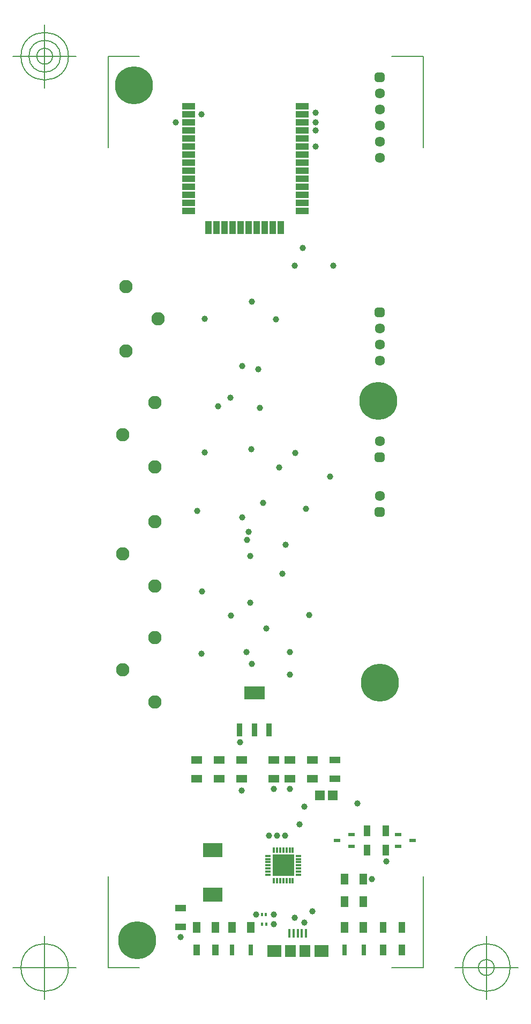
<source format=gbr>
G04 Generated by Ultiboard 14.1 *
%FSLAX34Y34*%
%MOMM*%

%ADD10C,0.0001*%
%ADD11C,0.1270*%
%ADD12R,1.0500X1.7500*%
%ADD13R,0.8000X1.7000*%
%ADD14R,2.3000X1.9000*%
%ADD15R,1.8000X1.9000*%
%ADD16R,0.4000X1.4000*%
%ADD17R,1.7500X1.0500*%
%ADD18R,1.1500X1.8000*%
%ADD19R,0.3600X0.6200*%
%ADD20C,1.0000*%
%ADD21R,3.1500X2.2000*%
%ADD22R,0.3000X0.9500*%
%ADD23R,0.9500X0.3000*%
%ADD24R,3.3500X3.3500*%
%ADD25R,1.0000X0.6000*%
%ADD26R,1.5000X1.5000*%
%ADD27R,1.8000X1.1500*%
%ADD28R,0.9500X2.1500*%
%ADD29R,3.2500X2.1500*%
%ADD30R,0.5291X0.5291*%
%ADD31C,0.9949*%
%ADD32C,1.6088*%
%ADD33C,2.1168*%
%ADD34C,6.0000*%
%ADD35R,1.0000X2.0000*%
%ADD36R,2.0000X1.0000*%


G04 ColorRGB FF00CC for the following layer *
%LNSolder Mask Top*%
%LPD*%
G54D10*
G54D11*
X124460Y-312420D02*
X124460Y-168656D01*
X124460Y-312420D02*
X174244Y-312420D01*
X622300Y-312420D02*
X572516Y-312420D01*
X622300Y-312420D02*
X622300Y-168656D01*
X622300Y1125220D02*
X622300Y981456D01*
X622300Y1125220D02*
X572516Y1125220D01*
X124460Y1125220D02*
X174244Y1125220D01*
X124460Y1125220D02*
X124460Y981456D01*
X74460Y-312420D02*
X-25540Y-312420D01*
X24460Y-362420D02*
X24460Y-262420D01*
X-13040Y-312420D02*
G75*
D01*
G02X-13040Y-312420I37500J0*
G01*
X672300Y-312420D02*
X772300Y-312420D01*
X722300Y-362420D02*
X722300Y-262420D01*
X684800Y-312420D02*
G75*
D01*
G02X684800Y-312420I37500J0*
G01*
X709800Y-312420D02*
G75*
D01*
G02X709800Y-312420I12500J0*
G01*
X74460Y1125220D02*
X-25540Y1125220D01*
X24460Y1075220D02*
X24460Y1175220D01*
X-13040Y1125220D02*
G75*
D01*
G02X-13040Y1125220I37500J0*
G01*
X-540Y1125220D02*
G75*
D01*
G02X-540Y1125220I25000J0*
G01*
X11960Y1125220D02*
G75*
D01*
G02X11960Y1125220I12500J0*
G01*
G54D12*
X264400Y-284480D03*
X294400Y-284480D03*
X559040Y-284480D03*
X589040Y-284480D03*
X559040Y-248920D03*
X589040Y-248920D03*
X533640Y-127000D03*
X563640Y-127000D03*
X533640Y-96520D03*
X563640Y-96520D03*
G54D13*
X320040Y-284480D03*
X350040Y-284480D03*
X528320Y-284480D03*
X498320Y-284480D03*
G54D14*
X386935Y-286765D03*
X461935Y-286765D03*
G54D15*
X412935Y-286765D03*
X435935Y-286765D03*
G54D16*
X424435Y-258265D03*
X411435Y-258265D03*
X417935Y-258265D03*
X430935Y-258265D03*
X437435Y-258265D03*
G54D17*
X238760Y-248680D03*
X238760Y-218680D03*
X482600Y-15000D03*
X482600Y15000D03*
G54D18*
X264400Y-248920D03*
X294400Y-248920D03*
X320280Y-248920D03*
X350280Y-248920D03*
X498080Y-248920D03*
X528080Y-248920D03*
X498080Y-208280D03*
X528080Y-208280D03*
X498080Y-172720D03*
X528080Y-172720D03*
G54D19*
X374610Y-243840D03*
X368010Y-243840D03*
X367540Y-228600D03*
X374140Y-228600D03*
G54D20*
X386080Y-243840D03*
X386080Y-228600D03*
X419100Y-233680D03*
X434340Y-241300D03*
X518160Y-53340D03*
X335280Y-33020D03*
X386080Y-30480D03*
X332740Y43180D03*
X351555Y166605D03*
X271780Y182880D03*
X342900Y185420D03*
X374415Y222485D03*
X318535Y242805D03*
X349015Y263125D03*
X272815Y280905D03*
X399815Y308845D03*
X349015Y336785D03*
X404895Y354565D03*
X343935Y362185D03*
X346475Y374885D03*
X265195Y407905D03*
X336315Y397745D03*
X436880Y411480D03*
X369335Y420605D03*
X394735Y476485D03*
X474980Y462280D03*
X276860Y500380D03*
X350520Y505460D03*
X420135Y499345D03*
X298215Y573005D03*
X364255Y570465D03*
X317500Y586740D03*
X336315Y636505D03*
X361715Y631425D03*
X276860Y711200D03*
X389655Y710165D03*
X351555Y738105D03*
X441960Y243840D03*
X411480Y149860D03*
X411480Y185420D03*
X419100Y795020D03*
X480060Y795020D03*
X238760Y-264160D03*
X563880Y-144780D03*
X452120Y982980D03*
X231140Y1021080D03*
X452120Y1021080D03*
X452120Y1008380D03*
X271780Y1033780D03*
X452120Y1036320D03*
X411480Y-30480D03*
X358140Y-228600D03*
X447040Y-223520D03*
X541020Y-172720D03*
X378460Y-104140D03*
X391160Y-104140D03*
X403860Y-104140D03*
X431800Y822960D03*
X426720Y-86360D03*
X434340Y-58420D03*
G54D21*
X289560Y-197560D03*
X289560Y-127560D03*
G54D22*
X391480Y-175260D03*
X386520Y-175260D03*
X396480Y-175260D03*
X401480Y-175260D03*
X411480Y-175260D03*
X406480Y-175260D03*
X416480Y-175260D03*
X396480Y-127260D03*
X401480Y-127260D03*
X386520Y-127260D03*
X391480Y-127260D03*
X416480Y-127260D03*
X411480Y-127260D03*
X406480Y-127260D03*
G54D23*
X377480Y-166260D03*
X377480Y-161260D03*
X377480Y-156260D03*
X425480Y-166260D03*
X425480Y-161260D03*
X425480Y-156260D03*
X377480Y-146260D03*
X377480Y-151260D03*
X377480Y-141260D03*
X377480Y-136260D03*
X425480Y-151260D03*
X425480Y-146260D03*
X425480Y-141260D03*
X425480Y-136260D03*
G54D24*
X401770Y-151260D03*
G54D25*
X486340Y-111760D03*
X509340Y-121260D03*
X509340Y-102260D03*
X582860Y-121260D03*
X605860Y-111760D03*
X582860Y-102260D03*
G54D26*
X459534Y-40640D03*
X479534Y-40640D03*
G54D27*
X264160Y-15000D03*
X264160Y15000D03*
X299720Y-15000D03*
X299720Y15000D03*
X335280Y-15000D03*
X335280Y15000D03*
X386080Y-15000D03*
X386080Y15000D03*
X411480Y-15000D03*
X411480Y15000D03*
X447040Y-15000D03*
X447040Y15000D03*
G54D28*
X332600Y62440D03*
X355600Y62440D03*
X378600Y62440D03*
G54D29*
X355600Y120440D03*
G54D30*
X553720Y406400D03*
X553720Y492760D03*
X553720Y721360D03*
X553720Y1092200D03*
G54D31*
X551075Y403755D02*
X556365Y403755D01*
X556365Y409045D01*
X551075Y409045D01*
X551075Y403755D01*D02*
X551075Y490115D02*
X556365Y490115D01*
X556365Y495405D01*
X551075Y495405D01*
X551075Y490115D01*D02*
X551075Y718715D02*
X556365Y718715D01*
X556365Y724005D01*
X551075Y724005D01*
X551075Y718715D01*D02*
X551075Y1089555D02*
X556365Y1089555D01*
X556365Y1094845D01*
X551075Y1094845D01*
X551075Y1089555D01*D02*
G54D32*
X553720Y431800D03*
X553720Y518160D03*
X553720Y670560D03*
X553720Y695960D03*
X553720Y645160D03*
X553720Y1066800D03*
X553720Y1041400D03*
X553720Y990600D03*
X553720Y1016000D03*
X553720Y965200D03*
G54D33*
X203200Y711200D03*
X152400Y762000D03*
X152400Y660400D03*
X147320Y528320D03*
X198120Y477520D03*
X198120Y579120D03*
X147320Y340360D03*
X198120Y289560D03*
X198120Y391160D03*
X147320Y157480D03*
X198120Y106680D03*
X198120Y208280D03*
G54D34*
X165100Y1079500D03*
X170180Y-269240D03*
X551180Y581660D03*
X553720Y137160D03*
G54D35*
X283210Y854710D03*
X295910Y854710D03*
X308610Y854710D03*
X321310Y854710D03*
X334010Y854710D03*
X346710Y854710D03*
X359410Y854710D03*
X372110Y854710D03*
X384810Y854710D03*
X397510Y854710D03*
G54D36*
X251460Y894080D03*
X251460Y881380D03*
X431460Y894080D03*
X431460Y881380D03*
X251460Y906780D03*
X431460Y906780D03*
X251460Y932180D03*
X251460Y919480D03*
X431460Y932180D03*
X431460Y919480D03*
X251460Y957580D03*
X251460Y944880D03*
X431460Y957580D03*
X431460Y944880D03*
X251460Y970280D03*
X431460Y970280D03*
X251460Y995680D03*
X251460Y982980D03*
X431460Y995680D03*
X431460Y982980D03*
X251460Y1008380D03*
X431460Y1008380D03*
X251460Y1033780D03*
X251460Y1021080D03*
X431460Y1033780D03*
X431460Y1021080D03*
X251460Y1046480D03*
X431460Y1046480D03*

M02*

</source>
